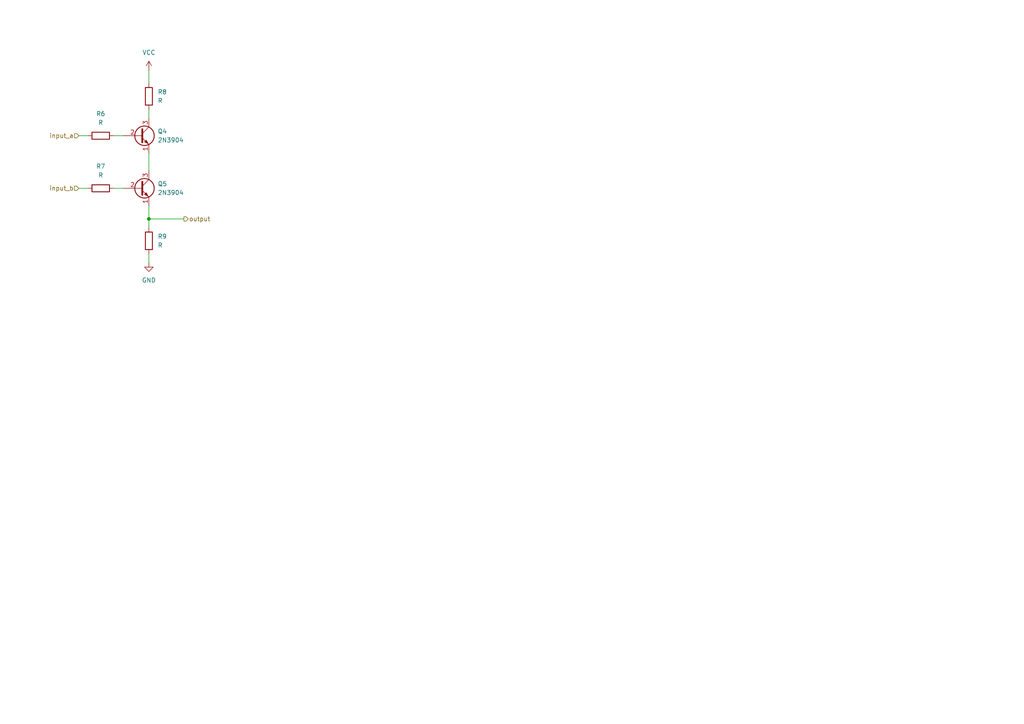
<source format=kicad_sch>
(kicad_sch (version 20230121) (generator eeschema)
  (paper "A4")
  (lib_symbols
    (symbol "Device:R" (pin_numbers hide) (pin_names (offset 0))
      (property "Reference" "R" (at 2.032 0 90))
      (property "Value" "R" (at 0 0 90))
      (symbol "R_0_1"
        (rectangle (start -1.016 -2.54) (end 1.016 2.54) (stroke (width 0.254)))
      )
      (symbol "R_1_1"
        (pin passive line (at 0 3.81 270) (length 1.27) (name "~") (number "1"))
        (pin passive line (at 0 -3.81 90) (length 1.27) (name "~") (number "2"))
      )
    )
    (symbol "Transistor_BJT:2N3904" (pin_names (offset 0) hide)
      (property "Reference" "Q" (at 5.08 1.905 0))
      (property "Value" "2N3904" (at 5.08 0 0))
      (symbol "2N3904_0_1"
        (polyline (pts (xy 0.635 0.635) (xy 2.54 2.54)))
        (polyline (pts (xy 0.635 -0.635) (xy 2.54 -2.54) (xy 2.54 -2.54)))
        (polyline (pts (xy 0.635 1.905) (xy 0.635 -1.905) (xy 0.635 -1.905)) (stroke (width 0.508)))
        (polyline (pts (xy 1.27 -1.778) (xy 1.778 -1.27) (xy 2.286 -2.286) (xy 1.27 -1.778) (xy 1.27 -1.778)) (fill (type outline)))
        (circle (center 1.27 0) (radius 2.8194) (stroke (width 0.254)))
      )
      (symbol "2N3904_1_1"
        (pin passive line (at 2.54 -5.08 90) (length 2.54) (name "E") (number "1"))
        (pin passive line (at -5.08 0 0) (length 5.715) (name "B") (number "2"))
        (pin passive line (at 2.54 5.08 270) (length 2.54) (name "C") (number "3"))
      )
    )
    (symbol "power:GND" (power) (pin_names (offset 0))
      (property "Value" "GND" (at 0 -3.81 0))
      (symbol "GND_0_1"
        (polyline (pts (xy 0 0) (xy 0 -1.27) (xy 1.27 -1.27) (xy 0 -2.54) (xy -1.27 -1.27) (xy 0 -1.27)))
      )
      (symbol "GND_1_1"
        (pin power_in line (at 0 0 270) (length 0) hide (name "GND") (number "1"))
      )
    )
    (symbol "power:VCC" (power) (pin_names (offset 0))
      (property "Value" "VCC" (at 0 3.81 0))
      (symbol "VCC_0_1"
        (polyline (pts (xy -0.762 1.27) (xy 0 2.54)))
        (polyline (pts (xy 0 0) (xy 0 2.54)))
        (polyline (pts (xy 0 2.54) (xy 0.762 1.27)))
      )
      (symbol "VCC_1_1"
        (pin power_in line (at 0 0 90) (length 0) hide (name "VCC") (number "1"))
      )
    )
  )
  (junction (at 43.18 63.5))
  (wire (pts (xy 33.02 54.61) (xy 35.56 54.61)))
  (wire (pts (xy 43.18 31.75) (xy 43.18 34.29)))
  (wire (pts (xy 43.18 73.66) (xy 43.18 76.2)))
  (wire (pts (xy 43.18 59.69) (xy 43.18 63.5)))
  (wire (pts (xy 22.86 39.37) (xy 25.4 39.37)))
  (wire (pts (xy 43.18 63.5) (xy 43.18 66.04)))
  (wire (pts (xy 33.02 39.37) (xy 35.56 39.37)))
  (wire (pts (xy 22.86 54.61) (xy 25.4 54.61)))
  (wire (pts (xy 43.18 20.32) (xy 43.18 24.13)))
  (wire (pts (xy 43.18 44.45) (xy 43.18 49.53)))
  (wire (pts (xy 43.18 63.5) (xy 53.34 63.5)))
  (hierarchical_label "input_a" (shape input) (at 22.86 39.37 180))
  (hierarchical_label "output" (shape output) (at 53.34 63.5 0))
  (hierarchical_label "input_b" (shape input) (at 22.86 54.61 180))
  (symbol (lib_id "power:GND") (at 43.18 76.2 0) (unit 1)
    (property "Reference" "#PWR06" (effects hide))
    (property "Value" "GND" (at 43.18 81.28 0))
    (instances (project "1_bit_adder_rtl" (path "" (reference "#PWR06") (unit 1)) (path "" (reference "#PWR022") (unit 1)) (path "" (reference "#PWR08") (unit 1))))
  )
  (symbol (lib_id "Device:R") (at 43.18 27.94 0) (unit 1)
    (property "Reference" "R8" (at 45.72 26.67 0) (effects (justify left)))
    (property "Value" "R" (at 45.72 29.21 0) (effects (justify left)))
    (instances (project "1_bit_adder_rtl" (path "" (reference "R8") (unit 1)) (path "" (reference "R32") (unit 1)) (path "" (reference "R12") (unit 1))))
  )
  (symbol (lib_id "Device:R") (at 43.18 69.85 0) (unit 1)
    (property "Reference" "R9" (at 45.72 68.58 0) (effects (justify left)))
    (property "Value" "R" (at 45.72 71.12 0) (effects (justify left)))
    (instances (project "1_bit_adder_rtl" (path "" (reference "R9") (unit 1)) (path "" (reference "R33") (unit 1)) (path "" (reference "R13") (unit 1))))
  )
  (symbol (lib_id "power:VCC") (at 43.18 20.32 0) (unit 1)
    (property "Reference" "#PWR05" (effects hide))
    (property "Value" "VCC" (at 43.18 15.24 0))
    (instances (project "1_bit_adder_rtl" (path "" (reference "#PWR05") (unit 1)) (path "" (reference "#PWR021") (unit 1)) (path "" (reference "#PWR07") (unit 1))))
  )
  (symbol (lib_id "Device:R") (at 29.21 54.61 90) (unit 1)
    (property "Reference" "R7" (at 29.21 48.26 90))
    (property "Value" "R" (at 29.21 50.8 90))
    (instances (project "1_bit_adder_rtl" (path "" (reference "R7") (unit 1)) (path "" (reference "R31") (unit 1)) (path "" (reference "R11") (unit 1))))
  )
  (symbol (lib_id "Device:R") (at 29.21 39.37 90) (unit 1)
    (property "Reference" "R6" (at 29.21 33.02 90))
    (property "Value" "R" (at 29.21 35.56 90))
    (instances (project "1_bit_adder_rtl" (path "" (reference "R6") (unit 1)) (path "" (reference "R30") (unit 1)) (path "" (reference "R10") (unit 1))))
  )
  (symbol (lib_id "Transistor_BJT:2N3904") (at 40.64 54.61 0) (unit 1)
    (property "Reference" "Q5" (at 45.72 53.34 0) (effects (justify left)))
    (property "Value" "2N3904" (at 45.72 55.88 0) (effects (justify left)))
    (property "Footprint" "Package_TO_SOT_THT:TO-92_Inline" (effects hide))
    (property "Datasheet" "https://www.onsemi.com/pub/Collateral/2N3903-D.PDF" (effects hide))
    (instances (project "1_bit_adder_rtl" (path "" (reference "Q5") (unit 1)) (path "" (reference "Q19") (unit 1)) (path "" (reference "Q7") (unit 1))))
  )
  (symbol (lib_id "Transistor_BJT:2N3904") (at 40.64 39.37 0) (unit 1)
    (property "Reference" "Q4" (at 45.72 38.1 0) (effects (justify left)))
    (property "Value" "2N3904" (at 45.72 40.64 0) (effects (justify left)))
    (property "Footprint" "Package_TO_SOT_THT:TO-92_Inline" (effects hide))
    (property "Datasheet" "https://www.onsemi.com/pub/Collateral/2N3903-D.PDF" (effects hide))
    (instances (project "1_bit_adder_rtl" (path "" (reference "Q4") (unit 1)) (path "" (reference "Q18") (unit 1)) (path "" (reference "Q6") (unit 1))))
  )
)
</source>
